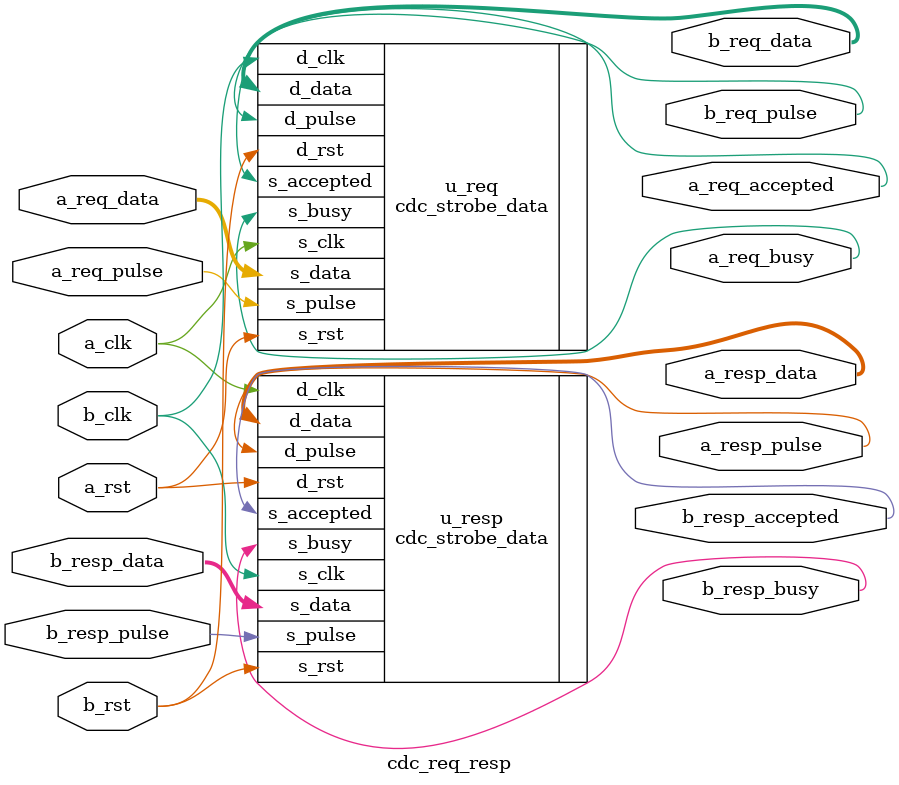
<source format=v>
`timescale 1 ns/1 ps
module cdc_req_resp #(
  parameter integer REQ_W          = 32,
  parameter integer RESP_W         = 32,
  parameter integer STABLE_SAMPLES = 2
)(
  // Side A (e.g., JTAG/TCK)
  input  wire               a_clk,
  input  wire               a_rst,

  input  wire               a_req_pulse,
  input  wire [REQ_W-1:0]   a_req_data,
  output wire               a_req_busy,
  output wire               a_req_accepted,

  output wire               a_resp_pulse,
  output wire [RESP_W-1:0]  a_resp_data,

  // Side B (e.g., system/i_clk)
  input  wire               b_clk,
  input  wire               b_rst,

  output wire               b_req_pulse,
  output wire [REQ_W-1:0]   b_req_data,

  input  wire               b_resp_pulse,
  input  wire [RESP_W-1:0]  b_resp_data,
  output wire               b_resp_busy,
  output wire               b_resp_accepted
);

  cdc_strobe_data #(
    .WIDTH(REQ_W),
    .STABLE_SAMPLES(STABLE_SAMPLES)
  ) u_req (
    .s_clk(a_clk),
    .s_rst(a_rst),
    .s_pulse(a_req_pulse),
    .s_data(a_req_data),
    .s_busy(a_req_busy),
    .s_accepted(a_req_accepted),

    .d_clk(b_clk),
    .d_rst(b_rst),
    .d_pulse(b_req_pulse),
    .d_data(b_req_data)
  );

  cdc_strobe_data #(
    .WIDTH(RESP_W),
    .STABLE_SAMPLES(STABLE_SAMPLES)
  ) u_resp (
    .s_clk(b_clk),
    .s_rst(b_rst),
    .s_pulse(b_resp_pulse),
    .s_data(b_resp_data),
    .s_busy(b_resp_busy),
    .s_accepted(b_resp_accepted),

    .d_clk(a_clk),
    .d_rst(a_rst),
    .d_pulse(a_resp_pulse),
    .d_data(a_resp_data)
  );

endmodule
</source>
